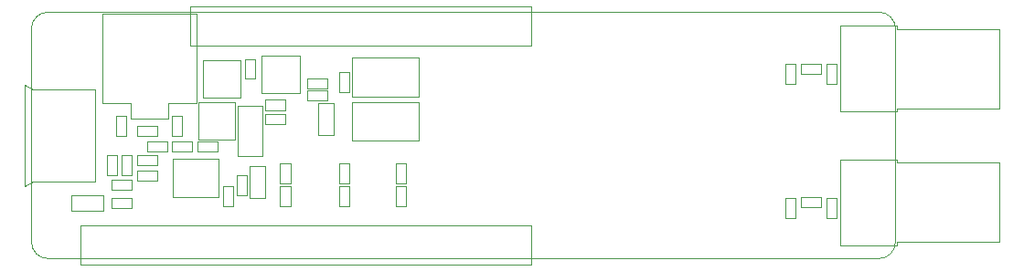
<source format=gbr>
G04 #@! TF.GenerationSoftware,KiCad,Pcbnew,(6.0.4)*
G04 #@! TF.CreationDate,2022-06-23T11:25:04-03:00*
G04 #@! TF.ProjectId,HTLRBL32L-10_EvB_V1.0_Rev6.1,48544c52-424c-4333-924c-2d31305f4576,6.0*
G04 #@! TF.SameCoordinates,Original*
G04 #@! TF.FileFunction,Other,User*
%FSLAX46Y46*%
G04 Gerber Fmt 4.6, Leading zero omitted, Abs format (unit mm)*
G04 Created by KiCad (PCBNEW (6.0.4)) date 2022-06-23 11:25:04*
%MOMM*%
%LPD*%
G01*
G04 APERTURE LIST*
G04 #@! TA.AperFunction,Profile*
%ADD10C,0.050000*%
G04 #@! TD*
%ADD11C,0.050000*%
G04 APERTURE END LIST*
D10*
X100000000Y-88664000D02*
X100000000Y-108476000D01*
X180010000Y-108476000D02*
X180010000Y-88664000D01*
X101524000Y-87140000D02*
G75*
G03*
X100000000Y-88664000I0J-1524000D01*
G01*
X180010000Y-88664000D02*
G75*
G03*
X178486000Y-87140000I-1524000J0D01*
G01*
X178486000Y-110000000D02*
G75*
G03*
X180010000Y-108476000I0J1524000D01*
G01*
X178486000Y-87140000D02*
X101524000Y-87140002D01*
X100000000Y-108476000D02*
G75*
G03*
X101524000Y-110000000I1524000J0D01*
G01*
X101524000Y-110000000D02*
X178486000Y-110000000D01*
D11*
G04 #@! TO.C,C2*
X110756400Y-99160000D02*
X112616400Y-99160000D01*
X110756400Y-100100000D02*
X110756400Y-99160000D01*
X112616400Y-99160000D02*
X112616400Y-100100000D01*
X112616400Y-100100000D02*
X110756400Y-100100000D01*
G04 #@! TO.C,C6*
X123495500Y-97533780D02*
X121635500Y-97533780D01*
X123495500Y-96593780D02*
X123495500Y-97533780D01*
X121635500Y-97533780D02*
X121635500Y-96593780D01*
X121635500Y-96593780D02*
X123495500Y-96593780D01*
G04 #@! TO.C,C7*
X121635500Y-96212980D02*
X121635500Y-95272980D01*
X123495500Y-96212980D02*
X121635500Y-96212980D01*
X123495500Y-95272980D02*
X123495500Y-96212980D01*
X121635500Y-95272980D02*
X123495500Y-95272980D01*
G04 #@! TO.C,C8*
X117750000Y-105138800D02*
X117750000Y-103278800D01*
X118690000Y-103278800D02*
X118690000Y-105138800D01*
X118690000Y-105138800D02*
X117750000Y-105138800D01*
X117750000Y-103278800D02*
X118690000Y-103278800D01*
G04 #@! TO.C,C15*
X169805500Y-104351000D02*
X170745500Y-104351000D01*
X170745500Y-106211000D02*
X169805500Y-106211000D01*
X169805500Y-106211000D02*
X169805500Y-104351000D01*
X170745500Y-104351000D02*
X170745500Y-106211000D01*
G04 #@! TO.C,C16*
X169805500Y-91925000D02*
X170745500Y-91925000D01*
X169805500Y-93785000D02*
X169805500Y-91925000D01*
X170745500Y-93785000D02*
X169805500Y-93785000D01*
X170745500Y-91925000D02*
X170745500Y-93785000D01*
G04 #@! TO.C,C17*
X173620000Y-104348000D02*
X174560000Y-104348000D01*
X174560000Y-106208000D02*
X173620000Y-106208000D01*
X174560000Y-104348000D02*
X174560000Y-106208000D01*
X173620000Y-106208000D02*
X173620000Y-104348000D01*
G04 #@! TO.C,C18*
X173620000Y-91920000D02*
X174560000Y-91920000D01*
X174560000Y-93780000D02*
X173620000Y-93780000D01*
X173620000Y-93780000D02*
X173620000Y-91920000D01*
X174560000Y-91920000D02*
X174560000Y-93780000D01*
G04 #@! TO.C,CN1*
X105925000Y-94320000D02*
X105925000Y-102820000D01*
X99370000Y-103295000D02*
X100150000Y-102820000D01*
X99370000Y-103295000D02*
X99370000Y-93845000D01*
X100150000Y-102820000D02*
X105925000Y-102820000D01*
X100150000Y-94320000D02*
X105925000Y-94320000D01*
X99370000Y-93845000D02*
X100150000Y-94320000D01*
G04 #@! TO.C,D2*
X106686900Y-105548400D02*
X103726900Y-105548400D01*
X103726900Y-105548400D02*
X103726900Y-104088400D01*
X106686900Y-104088400D02*
X106686900Y-105548400D01*
X103726900Y-104088400D02*
X106686900Y-104088400D01*
G04 #@! TO.C,D3*
X126520000Y-95582500D02*
X127980000Y-95582500D01*
X127980000Y-95582500D02*
X127980000Y-98542500D01*
X127980000Y-98542500D02*
X126520000Y-98542500D01*
X126520000Y-98542500D02*
X126520000Y-95582500D01*
G04 #@! TO.C,JP2*
X129690920Y-95469520D02*
X129690920Y-99069520D01*
X135840920Y-95469520D02*
X129690920Y-95469520D01*
X135840920Y-99069520D02*
X135840920Y-95469520D01*
X129690920Y-99069520D02*
X135840920Y-99069520D01*
G04 #@! TO.C,JP3*
X129690920Y-91375040D02*
X129690920Y-94975040D01*
X135840920Y-94975040D02*
X135840920Y-91375040D01*
X135840920Y-91375040D02*
X129690920Y-91375040D01*
X129690920Y-94975040D02*
X135840920Y-94975040D01*
G04 #@! TO.C,L1*
X173151940Y-105263000D02*
X171291940Y-105263000D01*
X173151940Y-104323000D02*
X173151940Y-105263000D01*
X171291940Y-105263000D02*
X171291940Y-104323000D01*
X171291940Y-104323000D02*
X173151940Y-104323000D01*
G04 #@! TO.C,Q2*
X119320000Y-91590000D02*
X119320000Y-95090000D01*
X119320000Y-95090000D02*
X115920000Y-95090000D01*
X115920000Y-91590000D02*
X119320000Y-91590000D01*
X115920000Y-95090000D02*
X115920000Y-91590000D01*
G04 #@! TO.C,R1*
X107023000Y-100405000D02*
X107963000Y-100405000D01*
X107963000Y-102265000D02*
X107023000Y-102265000D01*
X107023000Y-102265000D02*
X107023000Y-100405000D01*
X107963000Y-100405000D02*
X107963000Y-102265000D01*
G04 #@! TO.C,R4*
X115350000Y-99160000D02*
X117210000Y-99160000D01*
X115350000Y-100100000D02*
X115350000Y-99160000D01*
X117210000Y-99160000D02*
X117210000Y-100100000D01*
X117210000Y-100100000D02*
X115350000Y-100100000D01*
G04 #@! TO.C,R6*
X113944700Y-98621300D02*
X113004700Y-98621300D01*
X113944700Y-96761300D02*
X113944700Y-98621300D01*
X113004700Y-98621300D02*
X113004700Y-96761300D01*
X113004700Y-96761300D02*
X113944700Y-96761300D01*
G04 #@! TO.C,R7*
X119800000Y-93330000D02*
X119800000Y-91470000D01*
X119800000Y-91470000D02*
X120740000Y-91470000D01*
X120740000Y-91470000D02*
X120740000Y-93330000D01*
X120740000Y-93330000D02*
X119800000Y-93330000D01*
G04 #@! TO.C,R8*
X118990000Y-104165000D02*
X118990000Y-102305000D01*
X119930000Y-102305000D02*
X119930000Y-104165000D01*
X118990000Y-102305000D02*
X119930000Y-102305000D01*
X119930000Y-104165000D02*
X118990000Y-104165000D01*
G04 #@! TO.C,R9*
X107398800Y-104348400D02*
X109258800Y-104348400D01*
X109258800Y-104348400D02*
X109258800Y-105288400D01*
X107398800Y-105288400D02*
X107398800Y-104348400D01*
X109258800Y-105288400D02*
X107398800Y-105288400D01*
G04 #@! TO.C,R12*
X129420000Y-92737800D02*
X129420000Y-94597800D01*
X129420000Y-94597800D02*
X128480000Y-94597800D01*
X128480000Y-94597800D02*
X128480000Y-92737800D01*
X128480000Y-92737800D02*
X129420000Y-92737800D01*
G04 #@! TO.C,U3*
X124832600Y-91137400D02*
X124832600Y-91758600D01*
X121327400Y-91137400D02*
X124832600Y-91137400D01*
X124832600Y-94642600D02*
X121327400Y-94642600D01*
X121327400Y-91758600D02*
X121327400Y-91137400D01*
X124832600Y-91758600D02*
X124832600Y-94021400D01*
X121327400Y-94021400D02*
X121327400Y-91758600D01*
X121327400Y-94642600D02*
X121327400Y-94021400D01*
X121327400Y-94642600D02*
X121327400Y-94021400D01*
X124832600Y-94642600D02*
X121327400Y-94642600D01*
X121327400Y-91137400D02*
X124832600Y-91137400D01*
X124832600Y-94021400D02*
X124832600Y-94642600D01*
X121327400Y-94021400D02*
X121327400Y-91758600D01*
X124832600Y-91758600D02*
X124832600Y-94021400D01*
X124832600Y-91137400D02*
X124832600Y-91758600D01*
X124832600Y-94021400D02*
X124832600Y-94642600D01*
X121327400Y-91758600D02*
X121327400Y-91137400D01*
G04 #@! TO.C,CN2*
X115272000Y-87300000D02*
X115272000Y-95600000D01*
X115272000Y-95600000D02*
X112672000Y-95600000D01*
X109172000Y-95600000D02*
X106572000Y-95600000D01*
X106572000Y-95600000D02*
X106572000Y-87300000D01*
X106572000Y-87300000D02*
X115272000Y-87300000D01*
X112672000Y-97000000D02*
X109172000Y-97000000D01*
X112672000Y-95600000D02*
X112672000Y-97000000D01*
X109172000Y-97000000D02*
X109172000Y-95600000D01*
G04 #@! TO.C,CN4*
X114708820Y-90210000D02*
X146258820Y-90210000D01*
X146258820Y-90210000D02*
X146258820Y-86610000D01*
X146258820Y-86610000D02*
X114708820Y-86610000D01*
X114708820Y-86610000D02*
X114708820Y-90210000D01*
G04 #@! TO.C,L2*
X171291940Y-92839860D02*
X171291940Y-91899860D01*
X173151940Y-91899860D02*
X173151940Y-92839860D01*
X171291940Y-91899860D02*
X173151940Y-91899860D01*
X173151940Y-92839860D02*
X171291940Y-92839860D01*
G04 #@! TO.C,FB1*
X111648800Y-97700000D02*
X111648800Y-98640000D01*
X111648800Y-98640000D02*
X109788800Y-98640000D01*
X109788800Y-97700000D02*
X111648800Y-97700000D01*
X109788800Y-98640000D02*
X109788800Y-97700000D01*
G04 #@! TO.C,R3*
X108343800Y-102266200D02*
X108343800Y-100406200D01*
X108343800Y-100406200D02*
X109283800Y-100406200D01*
X109283800Y-102266200D02*
X108343800Y-102266200D01*
X109283800Y-100406200D02*
X109283800Y-102266200D01*
G04 #@! TO.C,C1*
X107858000Y-98611000D02*
X107858000Y-96751000D01*
X108798000Y-98611000D02*
X107858000Y-98611000D01*
X108798000Y-96751000D02*
X108798000Y-98611000D01*
X107858000Y-96751000D02*
X108798000Y-96751000D01*
G04 #@! TO.C,R2*
X111648800Y-100386000D02*
X111648800Y-101326000D01*
X109788800Y-100386000D02*
X111648800Y-100386000D01*
X111648800Y-101326000D02*
X109788800Y-101326000D01*
X109788800Y-101326000D02*
X109788800Y-100386000D01*
G04 #@! TO.C,C9*
X109800000Y-102760000D02*
X109800000Y-101820000D01*
X111660000Y-101820000D02*
X111660000Y-102760000D01*
X109800000Y-101820000D02*
X111660000Y-101820000D01*
X111660000Y-102760000D02*
X109800000Y-102760000D01*
G04 #@! TO.C,C4*
X127370000Y-93320000D02*
X127370000Y-94260000D01*
X127370000Y-94260000D02*
X125510000Y-94260000D01*
X125510000Y-94260000D02*
X125510000Y-93320000D01*
X125510000Y-93320000D02*
X127370000Y-93320000D01*
G04 #@! TO.C,C5*
X127370000Y-94380000D02*
X127370000Y-95320000D01*
X127370000Y-95320000D02*
X125510000Y-95320000D01*
X125510000Y-94380000D02*
X127370000Y-94380000D01*
X125510000Y-95320000D02*
X125510000Y-94380000D01*
G04 #@! TO.C,Q1*
X118870400Y-98980000D02*
X115470400Y-98980000D01*
X118870400Y-95480000D02*
X118870400Y-98980000D01*
X115470400Y-98980000D02*
X115470400Y-95480000D01*
X115470400Y-95480000D02*
X118870400Y-95480000D01*
G04 #@! TO.C,U2*
X117335000Y-100770000D02*
X113085000Y-100770000D01*
X117335000Y-104270000D02*
X113085000Y-104270000D01*
X113085000Y-104270000D02*
X113085000Y-100770000D01*
X117335000Y-104270000D02*
X117335000Y-100770000D01*
G04 #@! TO.C,JP1*
X121659600Y-101458800D02*
X121659600Y-104418800D01*
X120199600Y-104418800D02*
X120199600Y-101458800D01*
X121659600Y-104418800D02*
X120199600Y-104418800D01*
X120199600Y-101458800D02*
X121659600Y-101458800D01*
G04 #@! TO.C,C13*
X129440000Y-105130000D02*
X128500000Y-105130000D01*
X128500000Y-105130000D02*
X128500000Y-103270000D01*
X128500000Y-103270000D02*
X129440000Y-103270000D01*
X129440000Y-103270000D02*
X129440000Y-105130000D01*
G04 #@! TO.C,C14*
X133707000Y-103025000D02*
X133707000Y-101165000D01*
X133707000Y-101165000D02*
X134647000Y-101165000D01*
X134647000Y-101165000D02*
X134647000Y-103025000D01*
X134647000Y-103025000D02*
X133707000Y-103025000D01*
G04 #@! TO.C,C12*
X123970000Y-105130000D02*
X123030000Y-105130000D01*
X123970000Y-103270000D02*
X123970000Y-105130000D01*
X123030000Y-103270000D02*
X123970000Y-103270000D01*
X123030000Y-105130000D02*
X123030000Y-103270000D01*
G04 #@! TO.C,R14*
X129440000Y-101165000D02*
X129440000Y-103025000D01*
X128500000Y-101165000D02*
X129440000Y-101165000D01*
X129440000Y-103025000D02*
X128500000Y-103025000D01*
X128500000Y-103025000D02*
X128500000Y-101165000D01*
G04 #@! TO.C,R15*
X134647000Y-105130000D02*
X133707000Y-105130000D01*
X133707000Y-105130000D02*
X133707000Y-103270000D01*
X133707000Y-103270000D02*
X134647000Y-103270000D01*
X134647000Y-103270000D02*
X134647000Y-105130000D01*
G04 #@! TO.C,R13*
X123030000Y-103025000D02*
X123030000Y-101165000D01*
X123970000Y-103025000D02*
X123030000Y-103025000D01*
X123970000Y-101165000D02*
X123970000Y-103025000D01*
X123030000Y-101165000D02*
X123970000Y-101165000D01*
G04 #@! TO.C,C3*
X109258800Y-103590000D02*
X107398800Y-103590000D01*
X107398800Y-103590000D02*
X107398800Y-102650000D01*
X109258800Y-102650000D02*
X109258800Y-103590000D01*
X107398800Y-102650000D02*
X109258800Y-102650000D01*
G04 #@! TO.C,D1*
X119119200Y-100513600D02*
X119119200Y-95813600D01*
X121419200Y-100513600D02*
X119119200Y-100513600D01*
X121419200Y-95813600D02*
X121419200Y-100513600D01*
X119119200Y-95813600D02*
X121419200Y-95813600D01*
G04 #@! TO.C,R5*
X113027300Y-100100000D02*
X113027300Y-99160000D01*
X114887300Y-99160000D02*
X114887300Y-100100000D01*
X114887300Y-100100000D02*
X113027300Y-100100000D01*
X113027300Y-99160000D02*
X114887300Y-99160000D01*
G04 #@! TO.C,CN3*
X146250000Y-110530000D02*
X146250000Y-106930000D01*
X146250000Y-106930000D02*
X104550000Y-106930000D01*
X104550000Y-106930000D02*
X104550000Y-110530000D01*
X104550000Y-110530000D02*
X146250000Y-110530000D01*
G04 #@! TO.C,REF\u002A\u002A*
X180130000Y-96378000D02*
X174930000Y-96378000D01*
X180130000Y-96058000D02*
X180130000Y-96378000D01*
X180130000Y-88698000D02*
X189650000Y-88698000D01*
X180130000Y-88378000D02*
X174930000Y-88378000D01*
X174930000Y-96378000D02*
X174930000Y-88378000D01*
X189650000Y-96058000D02*
X180130000Y-96058000D01*
X180130000Y-88698000D02*
X180130000Y-88378000D01*
X189650000Y-88698000D02*
X189650000Y-96058000D01*
X189640000Y-108473000D02*
X180120000Y-108473000D01*
X189640000Y-101113000D02*
X189640000Y-108473000D01*
X174920000Y-108793000D02*
X174920000Y-100793000D01*
X180120000Y-108473000D02*
X180120000Y-108793000D01*
X180120000Y-100793000D02*
X174920000Y-100793000D01*
X180120000Y-101113000D02*
X180120000Y-100793000D01*
X180120000Y-101113000D02*
X189640000Y-101113000D01*
X180120000Y-108793000D02*
X174920000Y-108793000D01*
G04 #@! TD*
M02*

</source>
